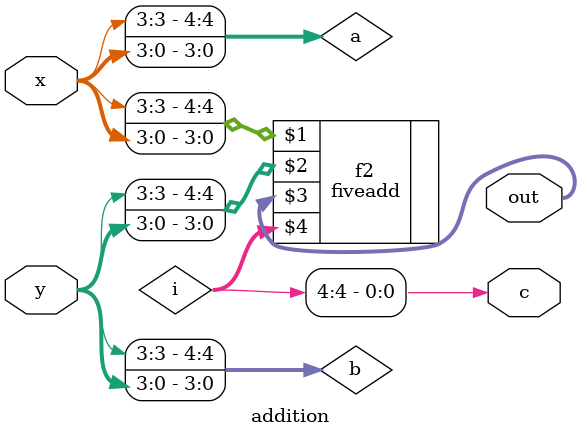
<source format=v>
module addition(x,y,out,c);

input [3:0] x, y;
wire [4:0] a, b,i;
output [4:0] out;
output c;

assign a[2:0] = x[2:0];
assign a[3] = x[3];
assign a[4] = x[3];

assign b[2:0] = y[2:0];
assign b[3] = y[3];
assign b[4] = y[3];

fiveadd f2(a,b,out,i);
assign c = i[4];

endmodule

</source>
